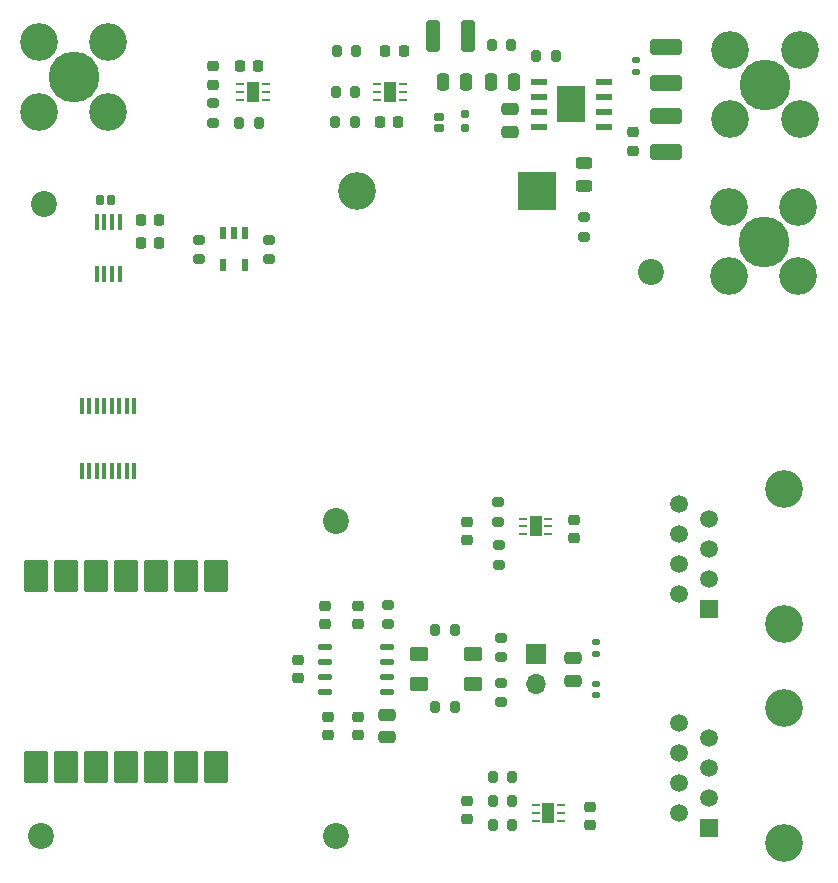
<source format=gbr>
%TF.GenerationSoftware,KiCad,Pcbnew,8.0.7*%
%TF.CreationDate,2025-03-13T19:28:30-05:00*%
%TF.ProjectId,motorboard,6d6f746f-7262-46f6-9172-642e6b696361,rev?*%
%TF.SameCoordinates,Original*%
%TF.FileFunction,Soldermask,Top*%
%TF.FilePolarity,Negative*%
%FSLAX46Y46*%
G04 Gerber Fmt 4.6, Leading zero omitted, Abs format (unit mm)*
G04 Created by KiCad (PCBNEW 8.0.7) date 2025-03-13 19:28:30*
%MOMM*%
%LPD*%
G01*
G04 APERTURE LIST*
G04 Aperture macros list*
%AMRoundRect*
0 Rectangle with rounded corners*
0 $1 Rounding radius*
0 $2 $3 $4 $5 $6 $7 $8 $9 X,Y pos of 4 corners*
0 Add a 4 corners polygon primitive as box body*
4,1,4,$2,$3,$4,$5,$6,$7,$8,$9,$2,$3,0*
0 Add four circle primitives for the rounded corners*
1,1,$1+$1,$2,$3*
1,1,$1+$1,$4,$5*
1,1,$1+$1,$6,$7*
1,1,$1+$1,$8,$9*
0 Add four rect primitives between the rounded corners*
20,1,$1+$1,$2,$3,$4,$5,0*
20,1,$1+$1,$4,$5,$6,$7,0*
20,1,$1+$1,$6,$7,$8,$9,0*
20,1,$1+$1,$8,$9,$2,$3,0*%
G04 Aperture macros list end*
%ADD10RoundRect,0.200000X0.200000X0.275000X-0.200000X0.275000X-0.200000X-0.275000X0.200000X-0.275000X0*%
%ADD11RoundRect,0.200000X-0.275000X0.200000X-0.275000X-0.200000X0.275000X-0.200000X0.275000X0.200000X0*%
%ADD12R,3.200000X3.200000*%
%ADD13O,3.200000X3.200000*%
%ADD14C,3.200000*%
%ADD15R,1.500000X1.500000*%
%ADD16C,1.500000*%
%ADD17C,2.200000*%
%ADD18RoundRect,0.225000X0.250000X-0.225000X0.250000X0.225000X-0.250000X0.225000X-0.250000X-0.225000X0*%
%ADD19RoundRect,0.200000X0.275000X-0.200000X0.275000X0.200000X-0.275000X0.200000X-0.275000X-0.200000X0*%
%ADD20RoundRect,0.102000X0.315000X-0.255000X0.315000X0.255000X-0.315000X0.255000X-0.315000X-0.255000X0*%
%ADD21RoundRect,0.225000X0.225000X0.250000X-0.225000X0.250000X-0.225000X-0.250000X0.225000X-0.250000X0*%
%ADD22C,4.300000*%
%ADD23R,0.756067X0.292473*%
%ADD24R,1.100000X1.699999*%
%ADD25RoundRect,0.200000X-0.200000X-0.275000X0.200000X-0.275000X0.200000X0.275000X-0.200000X0.275000X0*%
%ADD26R,0.431000X1.327899*%
%ADD27R,1.460500X0.558800*%
%ADD28R,2.387600X3.098800*%
%ADD29RoundRect,0.250000X0.325000X1.100000X-0.325000X1.100000X-0.325000X-1.100000X0.325000X-1.100000X0*%
%ADD30R,0.508000X0.977900*%
%ADD31RoundRect,0.250000X0.250000X0.475000X-0.250000X0.475000X-0.250000X-0.475000X0.250000X-0.475000X0*%
%ADD32RoundRect,0.250000X-0.250000X-0.475000X0.250000X-0.475000X0.250000X0.475000X-0.250000X0.475000X0*%
%ADD33RoundRect,0.140000X-0.170000X0.140000X-0.170000X-0.140000X0.170000X-0.140000X0.170000X0.140000X0*%
%ADD34RoundRect,0.225000X-0.250000X0.225000X-0.250000X-0.225000X0.250000X-0.225000X0.250000X0.225000X0*%
%ADD35RoundRect,0.243750X0.456250X-0.243750X0.456250X0.243750X-0.456250X0.243750X-0.456250X-0.243750X0*%
%ADD36RoundRect,0.200000X-0.800000X1.175000X-0.800000X-1.175000X0.800000X-1.175000X0.800000X1.175000X0*%
%ADD37RoundRect,0.200000X0.800000X-1.175000X0.800000X1.175000X-0.800000X1.175000X-0.800000X-1.175000X0*%
%ADD38RoundRect,0.225000X-0.225000X-0.250000X0.225000X-0.250000X0.225000X0.250000X-0.225000X0.250000X0*%
%ADD39RoundRect,0.250000X-1.100000X0.412500X-1.100000X-0.412500X1.100000X-0.412500X1.100000X0.412500X0*%
%ADD40RoundRect,0.102000X0.675000X0.450000X-0.675000X0.450000X-0.675000X-0.450000X0.675000X-0.450000X0*%
%ADD41RoundRect,0.102000X-0.255000X-0.315000X0.255000X-0.315000X0.255000X0.315000X-0.255000X0.315000X0*%
%ADD42O,1.250000X0.549999*%
%ADD43RoundRect,0.250000X-0.475000X0.250000X-0.475000X-0.250000X0.475000X-0.250000X0.475000X0.250000X0*%
%ADD44RoundRect,0.250000X1.100000X-0.412500X1.100000X0.412500X-1.100000X0.412500X-1.100000X-0.412500X0*%
%ADD45R,1.700000X1.700000*%
%ADD46O,1.700000X1.700000*%
%ADD47RoundRect,0.135000X0.185000X-0.135000X0.185000X0.135000X-0.185000X0.135000X-0.185000X-0.135000X0*%
%ADD48RoundRect,0.160000X-0.160000X0.197500X-0.160000X-0.197500X0.160000X-0.197500X0.160000X0.197500X0*%
%ADD49RoundRect,0.250000X0.475000X-0.250000X0.475000X0.250000X-0.475000X0.250000X-0.475000X-0.250000X0*%
%ADD50R,0.354800X1.454899*%
G04 APERTURE END LIST*
D10*
%TO.C,R3*%
X146625001Y-119719200D03*
X144975001Y-119719200D03*
%TD*%
%TO.C,R4*%
X146625001Y-113219200D03*
X144975001Y-113219200D03*
%TD*%
D11*
%TO.C,R22*%
X157551000Y-78237000D03*
X157551000Y-79887000D03*
%TD*%
D12*
%TO.C,D1*%
X153600000Y-76000000D03*
D13*
X138360000Y-76000000D03*
%TD*%
D14*
%TO.C,J2*%
X174472800Y-112650500D03*
X174472800Y-101220500D03*
D15*
X168122800Y-111380500D03*
D16*
X165582800Y-110110500D03*
X168122800Y-108840500D03*
X165582800Y-107570500D03*
X168122800Y-106300500D03*
X165582800Y-105030500D03*
X168122800Y-103760500D03*
X165582800Y-102490500D03*
%TD*%
D17*
%TO.C,H1*%
X111831000Y-77157000D03*
%TD*%
D10*
%TO.C,R11*%
X155173000Y-64597000D03*
X153523000Y-64597000D03*
%TD*%
D18*
%TO.C,C25*%
X126168000Y-67011001D03*
X126168000Y-65461001D03*
%TD*%
D19*
%TO.C,R7*%
X130941751Y-81782450D03*
X130941751Y-80132450D03*
%TD*%
D11*
%TO.C,R8*%
X124972751Y-80132450D03*
X124972751Y-81782450D03*
%TD*%
D20*
%TO.C,L1*%
X145331000Y-70645000D03*
X145331000Y-69725000D03*
%TD*%
D21*
%TO.C,C22*%
X141815000Y-70184763D03*
X140265000Y-70184763D03*
%TD*%
D22*
%TO.C,J7*%
X172777000Y-80318000D03*
D14*
X169842000Y-77383000D03*
X169842000Y-83253000D03*
X175712000Y-77383000D03*
X175712000Y-83253000D03*
%TD*%
D23*
%TO.C,U8*%
X153473800Y-128037999D03*
X153473800Y-128688000D03*
X153473800Y-129338001D03*
X155629864Y-129338001D03*
X155629864Y-128688000D03*
X155629864Y-128037999D03*
D24*
X154551832Y-128688000D03*
%TD*%
D10*
%TO.C,R10*%
X151426000Y-63681000D03*
X149776000Y-63681000D03*
%TD*%
D23*
%TO.C,U7*%
X152394800Y-103765998D03*
X152394800Y-104415999D03*
X152394800Y-105066000D03*
X154550864Y-105066000D03*
X154550864Y-104415999D03*
X154550864Y-103765998D03*
D24*
X153472832Y-104415999D03*
%TD*%
D25*
%TO.C,R14*%
X149854800Y-125640000D03*
X151504800Y-125640000D03*
%TD*%
D26*
%TO.C,U4*%
X118266999Y-78626652D03*
X117617001Y-78626652D03*
X116966999Y-78626652D03*
X116317001Y-78626652D03*
X116317001Y-83053348D03*
X116966999Y-83053348D03*
X117617001Y-83053348D03*
X118266999Y-83053348D03*
%TD*%
D23*
%TO.C,U11*%
X140088968Y-66994762D03*
X140088968Y-67644763D03*
X140088968Y-68294764D03*
X142245032Y-68294764D03*
X142245032Y-67644763D03*
X142245032Y-66994762D03*
D24*
X141167000Y-67644763D03*
%TD*%
D25*
%TO.C,R18*%
X136545200Y-67644763D03*
X138195200Y-67644763D03*
%TD*%
D27*
%TO.C,U5*%
X159231150Y-70566000D03*
X159231150Y-69296000D03*
X159231150Y-68026000D03*
X159231150Y-66756000D03*
X153782850Y-66756000D03*
X153782850Y-68026000D03*
X153782850Y-69296000D03*
X153782850Y-70566000D03*
D28*
X156507000Y-68661000D03*
%TD*%
D29*
%TO.C,C15*%
X147723000Y-62933000D03*
X144773000Y-62933000D03*
%TD*%
D14*
%TO.C,J1*%
X174549000Y-131224500D03*
X174549000Y-119794500D03*
D15*
X168199000Y-129954500D03*
D16*
X165659000Y-128684500D03*
X168199000Y-127414500D03*
X165659000Y-126144500D03*
X168199000Y-124874500D03*
X165659000Y-123604500D03*
X168199000Y-122334500D03*
X165659000Y-121064500D03*
%TD*%
D30*
%TO.C,U6*%
X128909751Y-79560450D03*
X127959750Y-79560450D03*
X127009749Y-79560450D03*
X127009749Y-82290950D03*
X128909751Y-82290950D03*
%TD*%
D31*
%TO.C,C13*%
X147551000Y-66756000D03*
X145651000Y-66756000D03*
%TD*%
D32*
%TO.C,C14*%
X149728000Y-66756000D03*
X151628000Y-66756000D03*
%TD*%
D33*
%TO.C,C1*%
X158550001Y-117739200D03*
X158550001Y-118699200D03*
%TD*%
D34*
%TO.C,C11*%
X161714000Y-71048000D03*
X161714000Y-72598000D03*
%TD*%
D17*
%TO.C,H3*%
X136596000Y-130625000D03*
%TD*%
D25*
%TO.C,R21*%
X128391000Y-70300001D03*
X130041000Y-70300001D03*
%TD*%
D18*
%TO.C,C18*%
X156712800Y-105385700D03*
X156712800Y-103835700D03*
%TD*%
D34*
%TO.C,C21*%
X147631800Y-127659000D03*
X147631800Y-129209000D03*
%TD*%
D18*
%TO.C,C7*%
X138424800Y-112699000D03*
X138424800Y-111149000D03*
%TD*%
D35*
%TO.C,D2*%
X157551000Y-75554500D03*
X157551000Y-73679500D03*
%TD*%
D25*
%TO.C,R19*%
X136532000Y-70184763D03*
X138182000Y-70184763D03*
%TD*%
D36*
%TO.C,U1*%
X111149756Y-124783000D03*
X113689756Y-124783000D03*
X116229756Y-124783000D03*
X118769756Y-124783000D03*
X121309756Y-124783000D03*
X123849756Y-124783000D03*
X126389756Y-124783000D03*
D37*
X126389756Y-108618000D03*
X123849756Y-108618000D03*
X121309756Y-108618000D03*
X118769756Y-108618000D03*
X116229756Y-108618000D03*
X113689756Y-108618000D03*
X111149756Y-108618000D03*
%TD*%
D38*
%TO.C,C16*%
X120073000Y-78457000D03*
X121623000Y-78457000D03*
%TD*%
D39*
%TO.C,C10*%
X164536000Y-69625500D03*
X164536000Y-72750500D03*
%TD*%
D40*
%TO.C,FL1*%
X148176201Y-117719200D03*
X148176201Y-115219200D03*
X143626201Y-115219200D03*
X143626201Y-117719200D03*
%TD*%
D18*
%TO.C,C20*%
X158045800Y-129717000D03*
X158045800Y-128167000D03*
%TD*%
D19*
%TO.C,R2*%
X150550001Y-115492200D03*
X150550001Y-113842200D03*
%TD*%
D41*
%TO.C,L2*%
X116626000Y-76776000D03*
X117546000Y-76776000D03*
%TD*%
D42*
%TO.C,U2*%
X135630800Y-114591000D03*
X135630800Y-115861000D03*
X135630800Y-117131000D03*
X135630800Y-118401000D03*
X140880800Y-118401000D03*
X140880800Y-117131000D03*
X140880800Y-115861000D03*
X140880800Y-114591000D03*
%TD*%
D34*
%TO.C,C6*%
X133344800Y-115721000D03*
X133344800Y-117271000D03*
%TD*%
D19*
%TO.C,R5*%
X140964800Y-112686000D03*
X140964800Y-111036000D03*
%TD*%
D38*
%TO.C,C17*%
X120073000Y-80459000D03*
X121623000Y-80459000D03*
%TD*%
D43*
%TO.C,C4*%
X140934800Y-120372000D03*
X140934800Y-122272000D03*
%TD*%
D10*
%TO.C,R15*%
X151518000Y-129736000D03*
X149868000Y-129736000D03*
%TD*%
D44*
%TO.C,C11*%
X164536000Y-66908500D03*
X164536000Y-63783500D03*
%TD*%
D45*
%TO.C,J3*%
X153550001Y-115194200D03*
D46*
X153550001Y-117734200D03*
%TD*%
D17*
%TO.C,H2*%
X136596000Y-103955000D03*
%TD*%
D11*
%TO.C,R13*%
X150362800Y-106019000D03*
X150362800Y-107669000D03*
%TD*%
D17*
%TO.C,H3*%
X111577000Y-130625000D03*
%TD*%
D47*
%TO.C,R6*%
X161968000Y-65983000D03*
X161968000Y-64963000D03*
%TD*%
D18*
%TO.C,C9*%
X135630800Y-112699000D03*
X135630800Y-111149000D03*
%TD*%
D34*
%TO.C,C5*%
X138424800Y-120547000D03*
X138424800Y-122097000D03*
%TD*%
%TO.C,C19*%
X147695800Y-104037000D03*
X147695800Y-105587000D03*
%TD*%
D43*
%TO.C,C12*%
X151300000Y-69108000D03*
X151300000Y-71008000D03*
%TD*%
D48*
%TO.C,R9*%
X147490000Y-69460500D03*
X147490000Y-70655500D03*
%TD*%
D22*
%TO.C,J6*%
X114357000Y-66376000D03*
D14*
X111422000Y-63441000D03*
X111422000Y-69311000D03*
X117292000Y-63441000D03*
X117292000Y-69311000D03*
%TD*%
D33*
%TO.C,C2*%
X158550001Y-114239200D03*
X158550001Y-115199200D03*
%TD*%
D49*
%TO.C,C3*%
X156662000Y-117478000D03*
X156662000Y-115578000D03*
%TD*%
D25*
%TO.C,R16*%
X149854800Y-127672000D03*
X151504800Y-127672000D03*
%TD*%
D19*
%TO.C,R12*%
X150312000Y-104018000D03*
X150312000Y-102368000D03*
%TD*%
D22*
%TO.C,J4*%
X172904000Y-67011000D03*
D14*
X169969000Y-64076000D03*
X169969000Y-69946000D03*
X175839000Y-64076000D03*
X175839000Y-69946000D03*
%TD*%
D17*
%TO.C,H4*%
X163266000Y-82872000D03*
%TD*%
D19*
%TO.C,R1*%
X150550001Y-119302200D03*
X150550001Y-117652200D03*
%TD*%
D34*
%TO.C,C8*%
X135884800Y-120534000D03*
X135884800Y-122084000D03*
%TD*%
D50*
%TO.C,U3*%
X115069500Y-99691348D03*
X115704500Y-99691348D03*
X116339500Y-99691348D03*
X116974500Y-99691348D03*
X117609500Y-99691348D03*
X118244500Y-99691348D03*
X118879500Y-99691348D03*
X119514500Y-99691348D03*
X119514500Y-94248652D03*
X118879500Y-94248652D03*
X118244500Y-94248652D03*
X117609500Y-94248652D03*
X116974500Y-94248652D03*
X116339500Y-94248652D03*
X115704500Y-94248652D03*
X115069500Y-94248652D03*
%TD*%
D19*
%TO.C,R20*%
X126182000Y-70235000D03*
X126182000Y-68585000D03*
%TD*%
D38*
%TO.C,C23*%
X140747000Y-64177663D03*
X142297000Y-64177663D03*
%TD*%
D10*
%TO.C,R17*%
X138308400Y-64177663D03*
X136658400Y-64177663D03*
%TD*%
D21*
%TO.C,C24*%
X129991000Y-65474001D03*
X128441000Y-65474001D03*
%TD*%
D23*
%TO.C,U9*%
X128456936Y-66983000D03*
X128456936Y-67633001D03*
X128456936Y-68283002D03*
X130613000Y-68283002D03*
X130613000Y-67633001D03*
X130613000Y-66983000D03*
D24*
X129534968Y-67633001D03*
%TD*%
M02*

</source>
